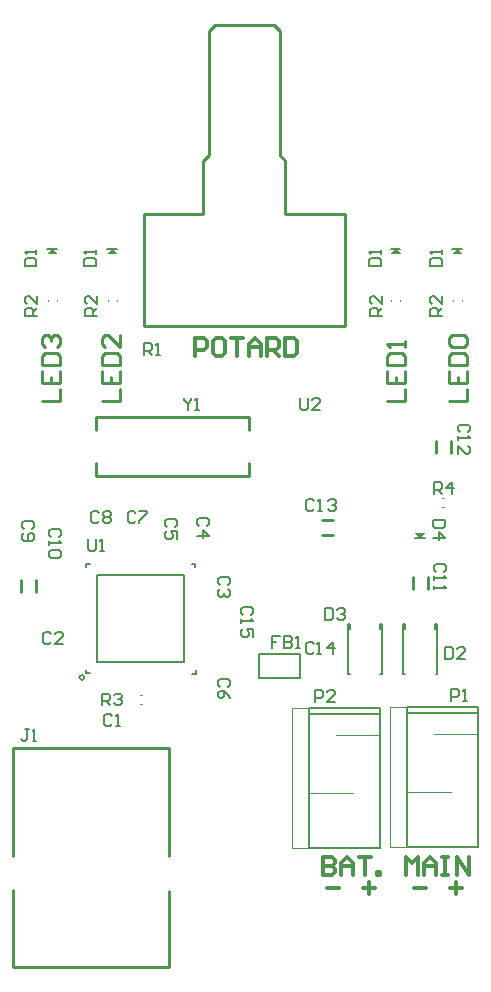
<source format=gto>
%FSLAX44Y44*%
%MOMM*%
G71*
G01*
G75*
G04 Layer_Color=65535*
%ADD10R,0.9000X0.8000*%
%ADD11R,0.8000X0.9000*%
%ADD12R,1.5000X0.8000*%
%ADD13R,0.8000X1.5000*%
%ADD14R,1.6800X1.5600*%
%ADD15R,0.7000X0.9500*%
%ADD16R,0.8000X0.8000*%
%ADD17R,0.8000X0.8000*%
%ADD18R,5.6000X5.6000*%
%ADD19R,2.0000X1.2000*%
%ADD20R,5.5000X2.0000*%
%ADD21R,0.8500X0.3000*%
%ADD22R,0.3000X0.8500*%
%ADD23R,1.1000X1.2500*%
%ADD24C,1.0000*%
%ADD25C,0.5080*%
%ADD26C,0.2540*%
%ADD27C,0.5000*%
%ADD28C,2.0000*%
%ADD29C,3.2500*%
%ADD30C,1.5000*%
%ADD31C,2.4000*%
%ADD32C,0.7000*%
%ADD33C,0.7100*%
%ADD34C,0.2000*%
%ADD35C,0.1000*%
%ADD36C,0.2500*%
%ADD37C,0.1800*%
%ADD38C,0.3000*%
G36*
X95170Y547030D02*
X85670D01*
X90170Y551530D01*
X95170Y547030D01*
D02*
G37*
G36*
X351000Y307000D02*
X346000Y311500D01*
X355500D01*
X351000Y307000D01*
D02*
G37*
G36*
X44370Y547410D02*
X34870D01*
X39370Y551910D01*
X44370Y547410D01*
D02*
G37*
G36*
X387270D02*
X377770D01*
X382270Y551910D01*
X387270Y547410D01*
D02*
G37*
G36*
X335200D02*
X325700D01*
X330200Y551910D01*
X335200Y547410D01*
D02*
G37*
D26*
X6390Y-56190D02*
X138390D01*
X6390Y128810D02*
X138390D01*
X176930Y741020D02*
X226680D01*
X226930D02*
X231930Y736020D01*
X236930Y581020D02*
Y626020D01*
Y581020D02*
X286930D01*
X171930Y736020D02*
X176930Y741020D01*
X166930Y581020D02*
Y626020D01*
X116930Y581020D02*
X166930D01*
X116930Y486020D02*
Y581020D01*
X286930Y486020D02*
Y581020D01*
X116930Y486020D02*
X286930D01*
X231930Y631020D02*
Y736020D01*
Y631020D02*
X236930Y626020D01*
X171930Y631020D02*
Y736020D01*
X166930Y626020D02*
X171930Y631020D01*
X206250Y398500D02*
Y409500D01*
X76250Y409500D02*
X206250D01*
X76250Y398500D02*
Y409500D01*
Y359500D02*
Y370500D01*
Y359500D02*
X206250D01*
Y370500D01*
X375765Y423250D02*
X391000D01*
Y433407D01*
X375765Y448642D02*
Y438485D01*
X391000D01*
Y448642D01*
X383382Y438485D02*
Y443563D01*
X375765Y453720D02*
X391000D01*
Y461338D01*
X388461Y463877D01*
X378304D01*
X375765Y461338D01*
Y453720D01*
X378304Y468955D02*
X375765Y471494D01*
Y476573D01*
X378304Y479112D01*
X388461D01*
X391000Y476573D01*
Y471494D01*
X388461Y468955D01*
X378304D01*
X322765Y423250D02*
X338000D01*
Y433407D01*
X322765Y448642D02*
Y438485D01*
X338000D01*
Y448642D01*
X330382Y438485D02*
Y443563D01*
X322765Y453720D02*
X338000D01*
Y461338D01*
X335461Y463877D01*
X325304D01*
X322765Y461338D01*
Y453720D01*
X338000Y468955D02*
Y474034D01*
Y471494D01*
X322765D01*
X325304Y468955D01*
X81765Y423250D02*
X97000D01*
Y433407D01*
X81765Y448642D02*
Y438485D01*
X97000D01*
Y448642D01*
X89382Y438485D02*
Y443563D01*
X81765Y453720D02*
X97000D01*
Y461338D01*
X94461Y463877D01*
X84304D01*
X81765Y461338D01*
Y453720D01*
X97000Y479112D02*
Y468955D01*
X86843Y479112D01*
X84304D01*
X81765Y476573D01*
Y471494D01*
X84304Y468955D01*
X30765Y423250D02*
X46000D01*
Y433407D01*
X30765Y448642D02*
Y438485D01*
X46000D01*
Y448642D01*
X38382Y438485D02*
Y443563D01*
X30765Y453720D02*
X46000D01*
Y461338D01*
X43461Y463877D01*
X33304D01*
X30765Y461338D01*
Y453720D01*
X33304Y468955D02*
X30765Y471494D01*
Y476573D01*
X33304Y479112D01*
X35843D01*
X38382Y476573D01*
Y474034D01*
Y476573D01*
X40922Y479112D01*
X43461D01*
X46000Y476573D01*
Y471494D01*
X43461Y468955D01*
D34*
X66612Y188760D02*
G03*
X66612Y188760I-2061J0D01*
G01*
X340500Y158500D02*
X399500D01*
X340000Y45000D02*
X400000D01*
X340000Y164000D02*
X400000D01*
Y45000D02*
Y163750D01*
X340000Y45000D02*
Y163750D01*
X257250Y44250D02*
Y163000D01*
X317250Y44250D02*
Y163000D01*
X257250Y163250D02*
X317250D01*
X257250Y44250D02*
X317250D01*
X257750Y157750D02*
X316750D01*
X364000Y191500D02*
X365500D01*
X336500D02*
X338000D01*
X363500Y233750D02*
X365500D01*
X363500Y230250D02*
Y233750D01*
X336500D02*
X338500D01*
Y229750D02*
Y233750D01*
X365500Y191500D02*
Y233750D01*
X336500Y191500D02*
Y233750D01*
X317250Y191500D02*
X318750D01*
X289750D02*
X291250D01*
X316750Y233750D02*
X318750D01*
X316750Y230250D02*
Y233750D01*
X289750D02*
X291750D01*
Y229750D02*
Y233750D01*
X318750Y191500D02*
Y233750D01*
X289750Y191500D02*
Y233750D01*
X214250Y208750D02*
X249250D01*
Y188750D02*
Y208750D01*
X214250Y188750D02*
X249250D01*
X214250D02*
Y208750D01*
X77550Y202010D02*
Y275510D01*
X151050D01*
Y202010D02*
Y275510D01*
X68050Y192510D02*
X71050D01*
X68050D02*
Y195510D01*
Y282010D02*
Y285010D01*
X71050D01*
X157550D02*
X160550D01*
Y282010D02*
Y285010D01*
X157550Y192010D02*
X161050D01*
Y195510D01*
X77550Y202010D02*
X151050D01*
X347000Y307250D02*
X355000D01*
X35370Y551660D02*
X43370D01*
X86170Y551280D02*
X94170D01*
X326200Y551660D02*
X334200D01*
X378270D02*
X386270D01*
D35*
X362750Y141000D02*
X400000D01*
X340000Y91500D02*
X377250D01*
X325000Y164000D02*
X340000D01*
X325000Y45000D02*
Y163750D01*
Y45000D02*
X340250D01*
X242250Y44250D02*
X257500D01*
X242250D02*
Y163000D01*
Y163250D02*
X257250D01*
Y90750D02*
X294500D01*
X280000Y140250D02*
X317250D01*
X378520Y507250D02*
Y508750D01*
X386020Y507250D02*
Y508750D01*
X326450Y507250D02*
Y508750D01*
X333950Y507250D02*
Y508750D01*
X86420Y507250D02*
Y508750D01*
X93920Y507250D02*
Y508750D01*
X35620Y507250D02*
Y508750D01*
X43120Y507250D02*
Y508750D01*
X114000Y166500D02*
X115500D01*
X114000Y174000D02*
X115500D01*
X369750Y333250D02*
X371250D01*
X369750Y340750D02*
X371250D01*
D36*
X138390Y37310D02*
Y128810D01*
Y-56190D02*
Y8310D01*
X6390Y-56190D02*
Y8560D01*
Y37310D02*
Y128810D01*
X13000Y261250D02*
Y271250D01*
X25500Y261250D02*
Y271250D01*
X344750Y264000D02*
Y274000D01*
X357250Y264000D02*
Y274000D01*
X377250Y379000D02*
Y389000D01*
X364750Y379000D02*
Y389000D01*
X267500Y322000D02*
X277500D01*
X267500Y309500D02*
X277500D01*
D37*
X143331Y316336D02*
X144997Y318002D01*
Y321334D01*
X143331Y323000D01*
X136666D01*
X135000Y321334D01*
Y318002D01*
X136666Y316336D01*
X144997Y306339D02*
Y313003D01*
X139998D01*
X141664Y309671D01*
Y308005D01*
X139998Y306339D01*
X136666D01*
X135000Y308005D01*
Y311337D01*
X136666Y313003D01*
X262251Y168251D02*
Y178247D01*
X267250D01*
X268916Y176581D01*
Y173249D01*
X267250Y171583D01*
X262251D01*
X278913Y168251D02*
X272248D01*
X278913Y174915D01*
Y176581D01*
X277246Y178247D01*
X273914D01*
X272248Y176581D01*
X377001Y169001D02*
Y178997D01*
X382000D01*
X383666Y177331D01*
Y173999D01*
X382000Y172333D01*
X377001D01*
X386998Y169001D02*
X390330D01*
X388664D01*
Y178997D01*
X386998Y177331D01*
X19414Y145247D02*
X16082D01*
X17748D01*
Y136916D01*
X16082Y135250D01*
X14416D01*
X12750Y136916D01*
X22747Y135250D02*
X26079D01*
X24413D01*
Y145247D01*
X22747Y143581D01*
X90164Y156331D02*
X88498Y157997D01*
X85166D01*
X83500Y156331D01*
Y149666D01*
X85166Y148000D01*
X88498D01*
X90164Y149666D01*
X93497Y148000D02*
X96829D01*
X95163D01*
Y157997D01*
X93497Y156331D01*
X38414Y225331D02*
X36748Y226997D01*
X33416D01*
X31750Y225331D01*
Y218666D01*
X33416Y217000D01*
X36748D01*
X38414Y218666D01*
X48411Y217000D02*
X41747D01*
X48411Y223664D01*
Y225331D01*
X46745Y226997D01*
X43413D01*
X41747Y225331D01*
X188331Y267335D02*
X189997Y269002D01*
Y272334D01*
X188331Y274000D01*
X181666D01*
X180000Y272334D01*
Y269002D01*
X181666Y267335D01*
X188331Y264003D02*
X189997Y262337D01*
Y259005D01*
X188331Y257339D01*
X186665D01*
X184998Y259005D01*
Y260671D01*
Y259005D01*
X183332Y257339D01*
X181666D01*
X180000Y259005D01*
Y262337D01*
X181666Y264003D01*
X170581Y316835D02*
X172247Y318502D01*
Y321834D01*
X170581Y323500D01*
X163916D01*
X162250Y321834D01*
Y318502D01*
X163916Y316835D01*
X162250Y308505D02*
X172247D01*
X167248Y313503D01*
Y306839D01*
X188331Y181085D02*
X189997Y182752D01*
Y186084D01*
X188331Y187750D01*
X181666D01*
X180000Y186084D01*
Y182752D01*
X181666Y181085D01*
X189997Y171089D02*
X188331Y174421D01*
X184998Y177753D01*
X181666D01*
X180000Y176087D01*
Y172755D01*
X181666Y171089D01*
X183332D01*
X184998Y172755D01*
Y177753D01*
X109915Y328081D02*
X108248Y329747D01*
X104916D01*
X103250Y328081D01*
Y321416D01*
X104916Y319750D01*
X108248D01*
X109915Y321416D01*
X113247Y329747D02*
X119911D01*
Y328081D01*
X113247Y321416D01*
Y319750D01*
X79165Y327831D02*
X77498Y329497D01*
X74166D01*
X72500Y327831D01*
Y321166D01*
X74166Y319500D01*
X77498D01*
X79165Y321166D01*
X82497Y327831D02*
X84163Y329497D01*
X87495D01*
X89161Y327831D01*
Y326165D01*
X87495Y324498D01*
X89161Y322832D01*
Y321166D01*
X87495Y319500D01*
X84163D01*
X82497Y321166D01*
Y322832D01*
X84163Y324498D01*
X82497Y326165D01*
Y327831D01*
X84163Y324498D02*
X87495D01*
X22331Y314335D02*
X23997Y316002D01*
Y319334D01*
X22331Y321000D01*
X15666D01*
X14000Y319334D01*
Y316002D01*
X15666Y314335D01*
Y311003D02*
X14000Y309337D01*
Y306005D01*
X15666Y304339D01*
X22331D01*
X23997Y306005D01*
Y309337D01*
X22331Y311003D01*
X20665D01*
X18998Y309337D01*
Y304339D01*
X44831Y308085D02*
X46497Y309752D01*
Y313084D01*
X44831Y314750D01*
X38166D01*
X36500Y313084D01*
Y309752D01*
X38166Y308085D01*
X36500Y304753D02*
Y301421D01*
Y303087D01*
X46497D01*
X44831Y304753D01*
Y296423D02*
X46497Y294756D01*
Y291424D01*
X44831Y289758D01*
X38166D01*
X36500Y291424D01*
Y294756D01*
X38166Y296423D01*
X44831D01*
X371331Y278335D02*
X372997Y280002D01*
Y283334D01*
X371331Y285000D01*
X364666D01*
X363000Y283334D01*
Y280002D01*
X364666Y278335D01*
X363000Y275003D02*
Y271671D01*
Y273337D01*
X372997D01*
X371331Y275003D01*
X363000Y266673D02*
Y263340D01*
Y265006D01*
X372997D01*
X371331Y266673D01*
X391331Y396335D02*
X392997Y398002D01*
Y401334D01*
X391331Y403000D01*
X384666D01*
X383000Y401334D01*
Y398002D01*
X384666Y396335D01*
X383000Y393003D02*
Y389671D01*
Y391337D01*
X392997D01*
X391331Y393003D01*
X383000Y378008D02*
Y384673D01*
X389664Y378008D01*
X391331D01*
X392997Y379674D01*
Y383006D01*
X391331Y384673D01*
X261164Y338081D02*
X259498Y339747D01*
X256166D01*
X254500Y338081D01*
Y331416D01*
X256166Y329750D01*
X259498D01*
X261164Y331416D01*
X264497Y329750D02*
X267829D01*
X266163D01*
Y339747D01*
X264497Y338081D01*
X272827D02*
X274494Y339747D01*
X277826D01*
X279492Y338081D01*
Y336414D01*
X277826Y334748D01*
X276160D01*
X277826D01*
X279492Y333082D01*
Y331416D01*
X277826Y329750D01*
X274494D01*
X272827Y331416D01*
X260665Y216831D02*
X258998Y218497D01*
X255666D01*
X254000Y216831D01*
Y210166D01*
X255666Y208500D01*
X258998D01*
X260665Y210166D01*
X263997Y208500D02*
X267329D01*
X265663D01*
Y218497D01*
X263997Y216831D01*
X277326Y208500D02*
Y218497D01*
X272327Y213498D01*
X278992D01*
X207831Y241586D02*
X209497Y243252D01*
Y246584D01*
X207831Y248250D01*
X201166D01*
X199500Y246584D01*
Y243252D01*
X201166Y241586D01*
X199500Y238253D02*
Y234921D01*
Y236587D01*
X209497D01*
X207831Y238253D01*
X209497Y223258D02*
Y229923D01*
X204498D01*
X206164Y226590D01*
Y224924D01*
X204498Y223258D01*
X201166D01*
X199500Y224924D01*
Y228256D01*
X201166Y229923D01*
X359253Y537250D02*
X369250D01*
Y542248D01*
X367584Y543914D01*
X360919D01*
X359253Y542248D01*
Y537250D01*
X369250Y547247D02*
Y550579D01*
Y548913D01*
X359253D01*
X360919Y547247D01*
X307503Y537250D02*
X317500D01*
Y542248D01*
X315834Y543914D01*
X309169D01*
X307503Y542248D01*
Y537250D01*
X317500Y547247D02*
Y550579D01*
Y548913D01*
X307503D01*
X309169Y547247D01*
X66753Y537250D02*
X76750D01*
Y542248D01*
X75084Y543914D01*
X68419D01*
X66753Y542248D01*
Y537250D01*
X76750Y547247D02*
Y550579D01*
Y548913D01*
X66753D01*
X68419Y547247D01*
X16003Y537250D02*
X26000D01*
Y542248D01*
X24334Y543914D01*
X17669D01*
X16003Y542248D01*
Y537250D01*
X26000Y547247D02*
Y550579D01*
Y548913D01*
X16003D01*
X17669Y547247D01*
X372000Y214747D02*
Y204750D01*
X376998D01*
X378665Y206416D01*
Y213081D01*
X376998Y214747D01*
X372000D01*
X388661Y204750D02*
X381997D01*
X388661Y211415D01*
Y213081D01*
X386995Y214747D01*
X383663D01*
X381997Y213081D01*
X270250Y247747D02*
Y237750D01*
X275248D01*
X276915Y239416D01*
Y246081D01*
X275248Y247747D01*
X270250D01*
X280247Y246081D02*
X281913Y247747D01*
X285245D01*
X286911Y246081D01*
Y244415D01*
X285245Y242748D01*
X283579D01*
X285245D01*
X286911Y241082D01*
Y239416D01*
X285245Y237750D01*
X281913D01*
X280247Y239416D01*
X371997Y322000D02*
X362000D01*
Y317002D01*
X363666Y315336D01*
X370331D01*
X371997Y317002D01*
Y322000D01*
X362000Y307005D02*
X371997D01*
X366998Y312003D01*
Y305339D01*
X232414Y223997D02*
X225750D01*
Y218998D01*
X229082D01*
X225750D01*
Y214000D01*
X235747Y223997D02*
Y214000D01*
X240745D01*
X242411Y215666D01*
Y217332D01*
X240745Y218998D01*
X235747D01*
X240745D01*
X242411Y220665D01*
Y222331D01*
X240745Y223997D01*
X235747D01*
X245744Y214000D02*
X249076D01*
X247410D01*
Y223997D01*
X245744Y222331D01*
X117000Y462000D02*
Y471997D01*
X121998D01*
X123665Y470331D01*
Y466998D01*
X121998Y465332D01*
X117000D01*
X120332D02*
X123665Y462000D01*
X126997D02*
X130329D01*
X128663D01*
Y471997D01*
X126997Y470331D01*
X369500Y495000D02*
X359503D01*
Y499998D01*
X361169Y501665D01*
X364502D01*
X366168Y499998D01*
Y495000D01*
Y498332D02*
X369500Y501665D01*
Y511661D02*
Y504997D01*
X362836Y511661D01*
X361169D01*
X359503Y509995D01*
Y506663D01*
X361169Y504997D01*
X318750Y495000D02*
X308753D01*
Y499998D01*
X310419Y501665D01*
X313752D01*
X315418Y499998D01*
Y495000D01*
Y498332D02*
X318750Y501665D01*
Y511661D02*
Y504997D01*
X312085Y511661D01*
X310419D01*
X308753Y509995D01*
Y506663D01*
X310419Y504997D01*
X77250Y495000D02*
X67253D01*
Y499998D01*
X68919Y501665D01*
X72252D01*
X73918Y499998D01*
Y495000D01*
Y498332D02*
X77250Y501665D01*
Y511661D02*
Y504997D01*
X70585Y511661D01*
X68919D01*
X67253Y509995D01*
Y506663D01*
X68919Y504997D01*
X26250Y495000D02*
X16253D01*
Y499998D01*
X17919Y501665D01*
X21252D01*
X22918Y499998D01*
Y495000D01*
Y498332D02*
X26250Y501665D01*
Y511661D02*
Y504997D01*
X19585Y511661D01*
X17919D01*
X16253Y509995D01*
Y506663D01*
X17919Y504997D01*
X81500Y165250D02*
Y175247D01*
X86498D01*
X88165Y173581D01*
Y170248D01*
X86498Y168582D01*
X81500D01*
X84832D02*
X88165Y165250D01*
X91497Y173581D02*
X93163Y175247D01*
X96495D01*
X98161Y173581D01*
Y171915D01*
X96495Y170248D01*
X94829D01*
X96495D01*
X98161Y168582D01*
Y166916D01*
X96495Y165250D01*
X93163D01*
X91497Y166916D01*
X363000Y344500D02*
Y354497D01*
X367998D01*
X369664Y352831D01*
Y349498D01*
X367998Y347832D01*
X363000D01*
X366332D02*
X369664Y344500D01*
X377995D02*
Y354497D01*
X372997Y349498D01*
X379661D01*
X249500Y425497D02*
Y417166D01*
X251166Y415500D01*
X254498D01*
X256164Y417166D01*
Y425497D01*
X266161Y415500D02*
X259497D01*
X266161Y422164D01*
Y423831D01*
X264495Y425497D01*
X261163D01*
X259497Y423831D01*
X150680Y425517D02*
Y423851D01*
X154012Y420518D01*
X157345Y423851D01*
Y425517D01*
X154012Y420518D02*
Y415520D01*
X160677D02*
X164009D01*
X162343D01*
Y425517D01*
X160677Y423851D01*
X70000Y305997D02*
Y297666D01*
X71666Y296000D01*
X74998D01*
X76665Y297666D01*
Y305997D01*
X79997Y296000D02*
X83329D01*
X81663D01*
Y305997D01*
X79997Y304331D01*
D38*
X346000Y10618D02*
X356157D01*
X376470D02*
X386627D01*
X381549Y15696D02*
Y5539D01*
X272000Y10618D02*
X282157D01*
X302470D02*
X312627D01*
X307549Y15696D02*
Y5539D01*
X339000Y22000D02*
Y37235D01*
X344078Y32157D01*
X349157Y37235D01*
Y22000D01*
X354235D02*
Y32157D01*
X359314Y37235D01*
X364392Y32157D01*
Y22000D01*
Y29618D01*
X354235D01*
X369470Y37235D02*
X374548D01*
X372009D01*
Y22000D01*
X369470D01*
X374548D01*
X382166D02*
Y37235D01*
X392323Y22000D01*
Y37235D01*
X269000D02*
Y22000D01*
X276618D01*
X279157Y24539D01*
Y27078D01*
X276618Y29618D01*
X269000D01*
X276618D01*
X279157Y32157D01*
Y34696D01*
X276618Y37235D01*
X269000D01*
X284235Y22000D02*
Y32157D01*
X289313Y37235D01*
X294392Y32157D01*
Y22000D01*
Y29618D01*
X284235D01*
X299470Y37235D02*
X309627D01*
X304548D01*
Y22000D01*
X314705D02*
Y24539D01*
X317244D01*
Y22000D01*
X314705D01*
X160000Y461000D02*
Y476235D01*
X167617D01*
X170157Y473696D01*
Y468618D01*
X167617Y466078D01*
X160000D01*
X182853Y476235D02*
X177774D01*
X175235Y473696D01*
Y463539D01*
X177774Y461000D01*
X182853D01*
X185392Y463539D01*
Y473696D01*
X182853Y476235D01*
X190470D02*
X200627D01*
X195548D01*
Y461000D01*
X205705D02*
Y471157D01*
X210784Y476235D01*
X215862Y471157D01*
Y461000D01*
Y468618D01*
X205705D01*
X220940Y461000D02*
Y476235D01*
X228558D01*
X231097Y473696D01*
Y468618D01*
X228558Y466078D01*
X220940D01*
X226019D02*
X231097Y461000D01*
X236175Y476235D02*
Y461000D01*
X243793D01*
X246332Y463539D01*
Y473696D01*
X243793Y476235D01*
X236175D01*
M02*

</source>
